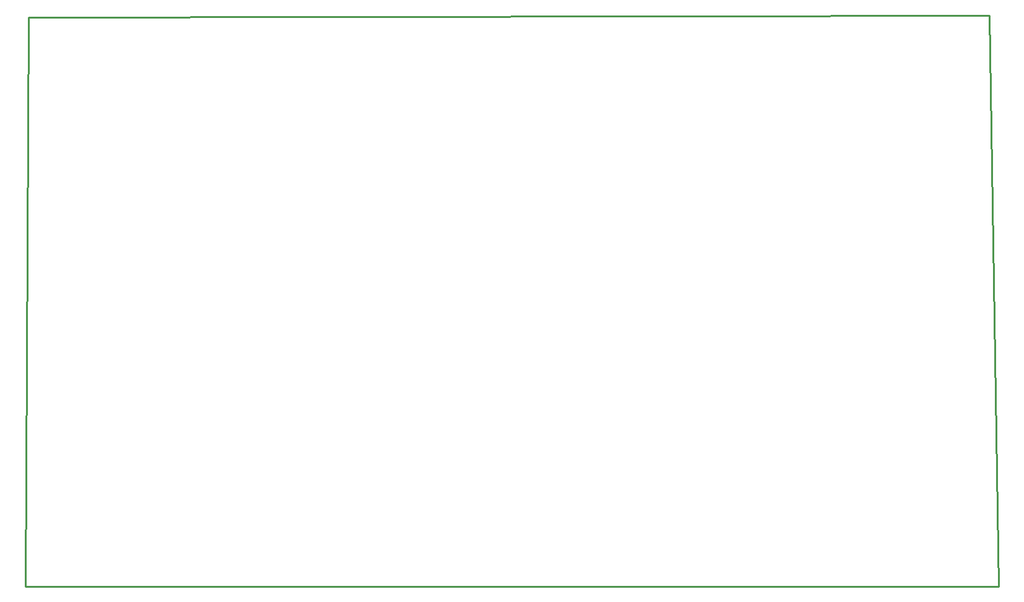
<source format=gko>
G04 Layer: BoardOutlineLayer*
G04 EasyEDA v6.5.40, 2024-02-16 14:27:15*
G04 e6df629b51dc495ebfef8267a6aecd5e,cfde26286956488f8bb48462f070ee61,10*
G04 Gerber Generator version 0.2*
G04 Scale: 100 percent, Rotated: No, Reflected: No *
G04 Dimensions in millimeters *
G04 leading zeros omitted , absolute positions ,4 integer and 5 decimal *
%FSLAX45Y45*%
%MOMM*%

%ADD10C,0.2540*%
D10*
X699998Y8599982D02*
G01*
X13830300Y8623300D01*
X13957300Y812800D01*
X660400Y812800D01*
X699998Y8599982D01*

%LPD*%
M02*

</source>
